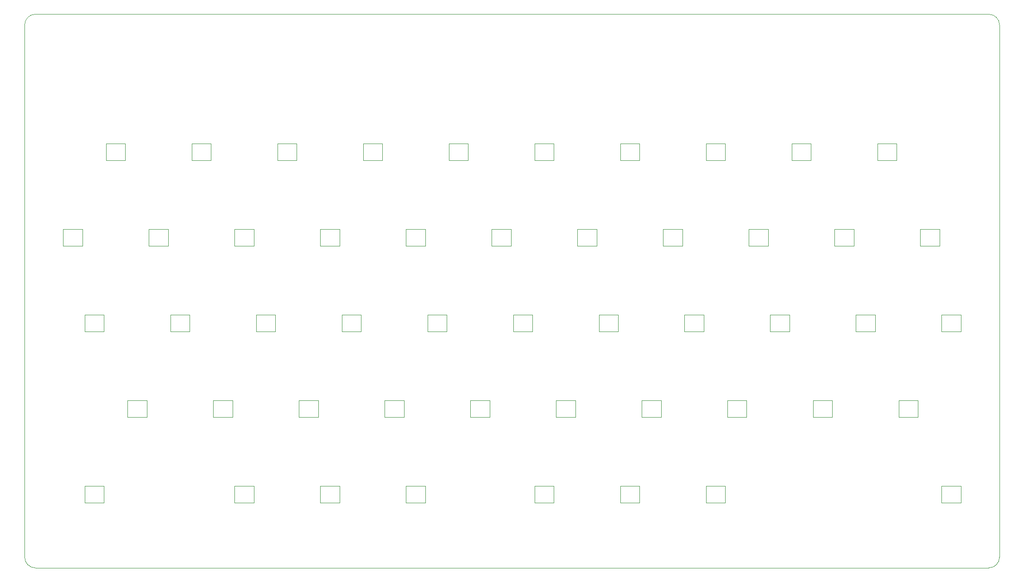
<source format=gbr>
%TF.GenerationSoftware,KiCad,Pcbnew,(5.1.9)-1*%
%TF.CreationDate,2021-02-12T02:56:52+09:00*%
%TF.ProjectId,yuiop50d,7975696f-7035-4306-942e-6b696361645f,rev?*%
%TF.SameCoordinates,Original*%
%TF.FileFunction,Profile,NP*%
%FSLAX46Y46*%
G04 Gerber Fmt 4.6, Leading zero omitted, Abs format (unit mm)*
G04 Created by KiCad (PCBNEW (5.1.9)-1) date 2021-02-12 02:56:52*
%MOMM*%
%LPD*%
G01*
G04 APERTURE LIST*
%TA.AperFunction,Profile*%
%ADD10C,0.100000*%
%TD*%
%TA.AperFunction,Profile*%
%ADD11C,0.120000*%
%TD*%
G04 APERTURE END LIST*
D10*
X230000000Y-50000000D02*
G75*
G02*
X232000000Y-52000000I0J-2000000D01*
G01*
X232000000Y-151500000D02*
G75*
G02*
X230000000Y-153500000I-2000000J0D01*
G01*
X52000000Y-153500000D02*
G75*
G02*
X50000000Y-151500000I0J2000000D01*
G01*
X50000000Y-52000000D02*
G75*
G02*
X52000000Y-50000000I2000000J0D01*
G01*
X52000000Y-153500000D02*
X230000000Y-153500000D01*
X50000000Y-52000000D02*
X50000000Y-151500000D01*
X230000000Y-50000000D02*
X52000000Y-50000000D01*
X232000000Y-151500000D02*
X232000000Y-52000000D01*
D11*
%TO.C,LED1*%
X68800000Y-77290000D02*
X65200000Y-77290000D01*
X65200000Y-77290000D02*
X65200000Y-74190000D01*
X65200000Y-74190000D02*
X68800000Y-74190000D01*
X68800000Y-74190000D02*
X68800000Y-77290000D01*
%TO.C,LED2*%
X84800000Y-74190000D02*
X84800000Y-77290000D01*
X81200000Y-74190000D02*
X84800000Y-74190000D01*
X81200000Y-77290000D02*
X81200000Y-74190000D01*
X84800000Y-77290000D02*
X81200000Y-77290000D01*
%TO.C,LED3*%
X100800000Y-77290000D02*
X97200000Y-77290000D01*
X97200000Y-77290000D02*
X97200000Y-74190000D01*
X97200000Y-74190000D02*
X100800000Y-74190000D01*
X100800000Y-74190000D02*
X100800000Y-77290000D01*
%TO.C,LED4*%
X116800000Y-74190000D02*
X116800000Y-77290000D01*
X113200000Y-74190000D02*
X116800000Y-74190000D01*
X113200000Y-77290000D02*
X113200000Y-74190000D01*
X116800000Y-77290000D02*
X113200000Y-77290000D01*
%TO.C,LED5*%
X132800000Y-77290000D02*
X129200000Y-77290000D01*
X129200000Y-77290000D02*
X129200000Y-74190000D01*
X129200000Y-74190000D02*
X132800000Y-74190000D01*
X132800000Y-74190000D02*
X132800000Y-77290000D01*
%TO.C,LED6*%
X148800000Y-74190000D02*
X148800000Y-77290000D01*
X145200000Y-74190000D02*
X148800000Y-74190000D01*
X145200000Y-77290000D02*
X145200000Y-74190000D01*
X148800000Y-77290000D02*
X145200000Y-77290000D01*
%TO.C,LED7*%
X164800000Y-77290000D02*
X161200000Y-77290000D01*
X161200000Y-77290000D02*
X161200000Y-74190000D01*
X161200000Y-74190000D02*
X164800000Y-74190000D01*
X164800000Y-74190000D02*
X164800000Y-77290000D01*
%TO.C,LED8*%
X180800000Y-74190000D02*
X180800000Y-77290000D01*
X177200000Y-74190000D02*
X180800000Y-74190000D01*
X177200000Y-77290000D02*
X177200000Y-74190000D01*
X180800000Y-77290000D02*
X177200000Y-77290000D01*
%TO.C,LED9*%
X196800000Y-77290000D02*
X193200000Y-77290000D01*
X193200000Y-77290000D02*
X193200000Y-74190000D01*
X193200000Y-74190000D02*
X196800000Y-74190000D01*
X196800000Y-74190000D02*
X196800000Y-77290000D01*
%TO.C,LED10*%
X212800000Y-74190000D02*
X212800000Y-77290000D01*
X209200000Y-74190000D02*
X212800000Y-74190000D01*
X209200000Y-77290000D02*
X209200000Y-74190000D01*
X212800000Y-77290000D02*
X209200000Y-77290000D01*
%TO.C,LED11*%
X220800000Y-93290000D02*
X217200000Y-93290000D01*
X217200000Y-93290000D02*
X217200000Y-90190000D01*
X217200000Y-90190000D02*
X220800000Y-90190000D01*
X220800000Y-90190000D02*
X220800000Y-93290000D01*
%TO.C,LED12*%
X204800000Y-90190000D02*
X204800000Y-93290000D01*
X201200000Y-90190000D02*
X204800000Y-90190000D01*
X201200000Y-93290000D02*
X201200000Y-90190000D01*
X204800000Y-93290000D02*
X201200000Y-93290000D01*
%TO.C,LED13*%
X188800000Y-93290000D02*
X185200000Y-93290000D01*
X185200000Y-93290000D02*
X185200000Y-90190000D01*
X185200000Y-90190000D02*
X188800000Y-90190000D01*
X188800000Y-90190000D02*
X188800000Y-93290000D01*
%TO.C,LED14*%
X172800000Y-90190000D02*
X172800000Y-93290000D01*
X169200000Y-90190000D02*
X172800000Y-90190000D01*
X169200000Y-93290000D02*
X169200000Y-90190000D01*
X172800000Y-93290000D02*
X169200000Y-93290000D01*
%TO.C,LED15*%
X156800000Y-93290000D02*
X153200000Y-93290000D01*
X153200000Y-93290000D02*
X153200000Y-90190000D01*
X153200000Y-90190000D02*
X156800000Y-90190000D01*
X156800000Y-90190000D02*
X156800000Y-93290000D01*
%TO.C,LED16*%
X140800000Y-90190000D02*
X140800000Y-93290000D01*
X137200000Y-90190000D02*
X140800000Y-90190000D01*
X137200000Y-93290000D02*
X137200000Y-90190000D01*
X140800000Y-93290000D02*
X137200000Y-93290000D01*
%TO.C,LED17*%
X124800000Y-93290000D02*
X121200000Y-93290000D01*
X121200000Y-93290000D02*
X121200000Y-90190000D01*
X121200000Y-90190000D02*
X124800000Y-90190000D01*
X124800000Y-90190000D02*
X124800000Y-93290000D01*
%TO.C,LED18*%
X108800000Y-90190000D02*
X108800000Y-93290000D01*
X105200000Y-90190000D02*
X108800000Y-90190000D01*
X105200000Y-93290000D02*
X105200000Y-90190000D01*
X108800000Y-93290000D02*
X105200000Y-93290000D01*
%TO.C,LED19*%
X92800000Y-93290000D02*
X89200000Y-93290000D01*
X89200000Y-93290000D02*
X89200000Y-90190000D01*
X89200000Y-90190000D02*
X92800000Y-90190000D01*
X92800000Y-90190000D02*
X92800000Y-93290000D01*
%TO.C,LED20*%
X76800000Y-90190000D02*
X76800000Y-93290000D01*
X73200000Y-90190000D02*
X76800000Y-90190000D01*
X73200000Y-93290000D02*
X73200000Y-90190000D01*
X76800000Y-93290000D02*
X73200000Y-93290000D01*
%TO.C,LED21*%
X60800000Y-93290000D02*
X57200000Y-93290000D01*
X57200000Y-93290000D02*
X57200000Y-90190000D01*
X57200000Y-90190000D02*
X60800000Y-90190000D01*
X60800000Y-90190000D02*
X60800000Y-93290000D01*
%TO.C,LED22*%
X64800000Y-106190000D02*
X64800000Y-109290000D01*
X61200000Y-106190000D02*
X64800000Y-106190000D01*
X61200000Y-109290000D02*
X61200000Y-106190000D01*
X64800000Y-109290000D02*
X61200000Y-109290000D01*
%TO.C,LED23*%
X80800000Y-109290000D02*
X77200000Y-109290000D01*
X77200000Y-109290000D02*
X77200000Y-106190000D01*
X77200000Y-106190000D02*
X80800000Y-106190000D01*
X80800000Y-106190000D02*
X80800000Y-109290000D01*
%TO.C,LED24*%
X96800000Y-106190000D02*
X96800000Y-109290000D01*
X93200000Y-106190000D02*
X96800000Y-106190000D01*
X93200000Y-109290000D02*
X93200000Y-106190000D01*
X96800000Y-109290000D02*
X93200000Y-109290000D01*
%TO.C,LED25*%
X112800000Y-106190000D02*
X112800000Y-109290000D01*
X109200000Y-106190000D02*
X112800000Y-106190000D01*
X109200000Y-109290000D02*
X109200000Y-106190000D01*
X112800000Y-109290000D02*
X109200000Y-109290000D01*
%TO.C,LED26*%
X128800000Y-106190000D02*
X128800000Y-109290000D01*
X125200000Y-106190000D02*
X128800000Y-106190000D01*
X125200000Y-109290000D02*
X125200000Y-106190000D01*
X128800000Y-109290000D02*
X125200000Y-109290000D01*
%TO.C,LED27*%
X144800000Y-109290000D02*
X141200000Y-109290000D01*
X141200000Y-109290000D02*
X141200000Y-106190000D01*
X141200000Y-106190000D02*
X144800000Y-106190000D01*
X144800000Y-106190000D02*
X144800000Y-109290000D01*
%TO.C,LED28*%
X160800000Y-109290000D02*
X157200000Y-109290000D01*
X157200000Y-109290000D02*
X157200000Y-106190000D01*
X157200000Y-106190000D02*
X160800000Y-106190000D01*
X160800000Y-106190000D02*
X160800000Y-109290000D01*
%TO.C,LED29*%
X176800000Y-106190000D02*
X176800000Y-109290000D01*
X173200000Y-106190000D02*
X176800000Y-106190000D01*
X173200000Y-109290000D02*
X173200000Y-106190000D01*
X176800000Y-109290000D02*
X173200000Y-109290000D01*
%TO.C,LED30*%
X192800000Y-106190000D02*
X192800000Y-109290000D01*
X189200000Y-106190000D02*
X192800000Y-106190000D01*
X189200000Y-109290000D02*
X189200000Y-106190000D01*
X192800000Y-109290000D02*
X189200000Y-109290000D01*
%TO.C,LED31*%
X208800000Y-109290000D02*
X205200000Y-109290000D01*
X205200000Y-109290000D02*
X205200000Y-106190000D01*
X205200000Y-106190000D02*
X208800000Y-106190000D01*
X208800000Y-106190000D02*
X208800000Y-109290000D01*
%TO.C,LED32*%
X224800000Y-109290000D02*
X221200000Y-109290000D01*
X221200000Y-109290000D02*
X221200000Y-106190000D01*
X221200000Y-106190000D02*
X224800000Y-106190000D01*
X224800000Y-106190000D02*
X224800000Y-109290000D01*
%TO.C,LED33*%
X216800000Y-122190000D02*
X216800000Y-125290000D01*
X213200000Y-122190000D02*
X216800000Y-122190000D01*
X213200000Y-125290000D02*
X213200000Y-122190000D01*
X216800000Y-125290000D02*
X213200000Y-125290000D01*
%TO.C,LED34*%
X200800000Y-122190000D02*
X200800000Y-125290000D01*
X197200000Y-122190000D02*
X200800000Y-122190000D01*
X197200000Y-125290000D02*
X197200000Y-122190000D01*
X200800000Y-125290000D02*
X197200000Y-125290000D01*
%TO.C,LED35*%
X184800000Y-125290000D02*
X181200000Y-125290000D01*
X181200000Y-125290000D02*
X181200000Y-122190000D01*
X181200000Y-122190000D02*
X184800000Y-122190000D01*
X184800000Y-122190000D02*
X184800000Y-125290000D01*
%TO.C,LED36*%
X168800000Y-122190000D02*
X168800000Y-125290000D01*
X165200000Y-122190000D02*
X168800000Y-122190000D01*
X165200000Y-125290000D02*
X165200000Y-122190000D01*
X168800000Y-125290000D02*
X165200000Y-125290000D01*
%TO.C,LED37*%
X152800000Y-122190000D02*
X152800000Y-125290000D01*
X149200000Y-122190000D02*
X152800000Y-122190000D01*
X149200000Y-125290000D02*
X149200000Y-122190000D01*
X152800000Y-125290000D02*
X149200000Y-125290000D01*
%TO.C,LED38*%
X136800000Y-125290000D02*
X133200000Y-125290000D01*
X133200000Y-125290000D02*
X133200000Y-122190000D01*
X133200000Y-122190000D02*
X136800000Y-122190000D01*
X136800000Y-122190000D02*
X136800000Y-125290000D01*
%TO.C,LED39*%
X120800000Y-125290000D02*
X117200000Y-125290000D01*
X117200000Y-125290000D02*
X117200000Y-122190000D01*
X117200000Y-122190000D02*
X120800000Y-122190000D01*
X120800000Y-122190000D02*
X120800000Y-125290000D01*
%TO.C,LED40*%
X104800000Y-125290000D02*
X101200000Y-125290000D01*
X101200000Y-125290000D02*
X101200000Y-122190000D01*
X101200000Y-122190000D02*
X104800000Y-122190000D01*
X104800000Y-122190000D02*
X104800000Y-125290000D01*
%TO.C,LED41*%
X88800000Y-122190000D02*
X88800000Y-125290000D01*
X85200000Y-122190000D02*
X88800000Y-122190000D01*
X85200000Y-125290000D02*
X85200000Y-122190000D01*
X88800000Y-125290000D02*
X85200000Y-125290000D01*
%TO.C,LED42*%
X72800000Y-125290000D02*
X69200000Y-125290000D01*
X69200000Y-125290000D02*
X69200000Y-122190000D01*
X69200000Y-122190000D02*
X72800000Y-122190000D01*
X72800000Y-122190000D02*
X72800000Y-125290000D01*
%TO.C,LED43*%
X64800000Y-141290000D02*
X61200000Y-141290000D01*
X61200000Y-141290000D02*
X61200000Y-138190000D01*
X61200000Y-138190000D02*
X64800000Y-138190000D01*
X64800000Y-138190000D02*
X64800000Y-141290000D01*
%TO.C,LED44*%
X92800000Y-138190000D02*
X92800000Y-141290000D01*
X89200000Y-138190000D02*
X92800000Y-138190000D01*
X89200000Y-141290000D02*
X89200000Y-138190000D01*
X92800000Y-141290000D02*
X89200000Y-141290000D01*
%TO.C,LED45*%
X108800000Y-138190000D02*
X108800000Y-141290000D01*
X105200000Y-138190000D02*
X108800000Y-138190000D01*
X105200000Y-141290000D02*
X105200000Y-138190000D01*
X108800000Y-141290000D02*
X105200000Y-141290000D01*
%TO.C,LED46*%
X124800000Y-141290000D02*
X121200000Y-141290000D01*
X121200000Y-141290000D02*
X121200000Y-138190000D01*
X121200000Y-138190000D02*
X124800000Y-138190000D01*
X124800000Y-138190000D02*
X124800000Y-141290000D01*
%TO.C,LED47*%
X148800000Y-141290000D02*
X145200000Y-141290000D01*
X145200000Y-141290000D02*
X145200000Y-138190000D01*
X145200000Y-138190000D02*
X148800000Y-138190000D01*
X148800000Y-138190000D02*
X148800000Y-141290000D01*
%TO.C,LED48*%
X164800000Y-141290000D02*
X161200000Y-141290000D01*
X161200000Y-141290000D02*
X161200000Y-138190000D01*
X161200000Y-138190000D02*
X164800000Y-138190000D01*
X164800000Y-138190000D02*
X164800000Y-141290000D01*
%TO.C,LED49*%
X180800000Y-138190000D02*
X180800000Y-141290000D01*
X177200000Y-138190000D02*
X180800000Y-138190000D01*
X177200000Y-141290000D02*
X177200000Y-138190000D01*
X180800000Y-141290000D02*
X177200000Y-141290000D01*
%TO.C,LED50*%
X224800000Y-138190000D02*
X224800000Y-141290000D01*
X221200000Y-138190000D02*
X224800000Y-138190000D01*
X221200000Y-141290000D02*
X221200000Y-138190000D01*
X224800000Y-141290000D02*
X221200000Y-141290000D01*
%TD*%
M02*

</source>
